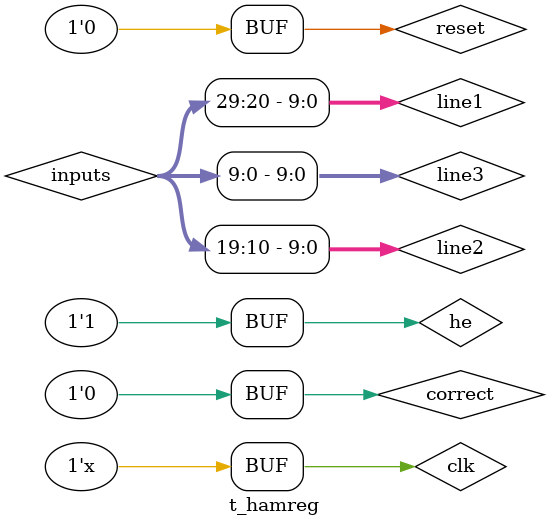
<source format=v>


`timescale 1us/10ps
module hamReg2(
	      clk, 	// Clock in
	      reset,	// Async reset
	      inputs,   // Inputs
	      he,	// Ham Enable
	      hamOut   	// Output hamming string
);

parameter PIXEL_DEPTH = 9;
parameter BOX_WIDTH = 3;
// The BOX_WIDTH parameter should be odd, so there is a definate center

input clk;
input reset;
input [(PIXEL_DEPTH+1)*BOX_WIDTH-1:0] inputs;
input he;

output [BOX_WIDTH*BOX_WIDTH-2:0] hamOut;
reg [0:BOX_WIDTH*BOX_WIDTH-1] hamming;

wire [PIXEL_DEPTH:0] inCols [BOX_WIDTH-1:0];
genvar n;
generate
for (n=0;n<BOX_WIDTH;n=n+1) begin :COLS
	assign inCols[n] = inputs[(n+1)*(PIXEL_DEPTH+1)-1:n*(PIXEL_DEPTH+1)];
end
endgenerate

assign hamOut = {hamming[0:((BOX_WIDTH*BOX_WIDTH)>>1)-1],hamming[((BOX_WIDTH*BOX_WIDTH)>>1)+1:BOX_WIDTH*BOX_WIDTH-1]};

reg [PIXEL_DEPTH:0] pixReg [0:BOX_WIDTH-1][0:BOX_WIDTH-1];

genvar i,j;
generate
for(i=0;i<BOX_WIDTH;i=i+1) begin :INNER
	for(j=0;j<BOX_WIDTH;j=j+1) begin :OUTER
		always @(posedge clk or posedge reset) begin
			if(reset) begin
				pixReg[i][j] <= 0;
				hamming[i*(BOX_WIDTH)+j] <= 0;
			end else begin
				if(j==0) begin
					pixReg[i][j] <= inCols[i];
				end else begin
					pixReg[i][j] <= pixReg[i][j-1];
				end
				//Pack bits into the hamming string.
				hamming[i*BOX_WIDTH+j] <= pixReg[i][j]>pixReg[BOX_WIDTH>>1][BOX_WIDTH>>1];
				// Ignore them if hamming isn't enabled.
				//if(he==0) hamming <= 0;
			end
		end
	end
end
endgenerate
endmodule 

module t_hamreg;


parameter PIXEL_DEPTH = 9;
parameter BOX_WIDTH = 3;

	reg clk;
	reg reset;
	wire [(PIXEL_DEPTH+1)*BOX_WIDTH-1:0] inputs;
	reg he;
	wire [BOX_WIDTH*BOX_WIDTH-2:0] hamOut;
	wire [7:0] myOut;
	wire correct;

	reg [PIXEL_DEPTH:0] line1;
	reg [PIXEL_DEPTH:0] line2;
	reg [PIXEL_DEPTH:0] line3;

	assign inputs = {line1,line2,line3};

	assign myOut = {(line2>line1-2),(line2>line1-1),(line2>line1),(line2>line2-2),(line2>line2),(line2>line3-2),(line2>line3-1),(line2>line3)};

	assign correct = (hamOut == 167'b00000000000000000000000000000000000000000000000000000000000000000000000000000000001111111111111111111111111111111111111111111111111111111111111111111111111111111111111);
	// Attempted to generate hamming strings for 167 bit long output... 
	// After 1/2 hour, computer still hadn't finished.  Not sure what went
	// wrong.  However, since the numbers are always increasing, this
	// should always be the output.

	hamReg2 DUT(.clk(clk), .reset(reset), .inputs(inputs), .he(he), .hamOut(hamOut));

	initial clk <= 0;
	always #20 clk <= ~clk;

	initial begin
		reset <= 1;
		he = 1;
		line1 = 0;
		line2 = 10;
		line3 = 20;
		#100 
		reset <= 0;
	end

	always @(posedge clk) begin
		line1 <= line1 + 1;
		line2 <= line2 + 1;
		line3 <= line3 + 1;
	end

endmodule

</source>
